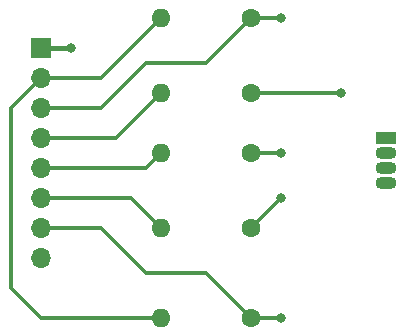
<source format=gbr>
%TF.GenerationSoftware,KiCad,Pcbnew,(5.1.10-1-10_14)*%
%TF.CreationDate,2021-11-05T22:23:08-04:00*%
%TF.ProjectId,UI Schematic,55492053-6368-4656-9d61-7469632e6b69,rev?*%
%TF.SameCoordinates,Original*%
%TF.FileFunction,Copper,L2,Bot*%
%TF.FilePolarity,Positive*%
%FSLAX46Y46*%
G04 Gerber Fmt 4.6, Leading zero omitted, Abs format (unit mm)*
G04 Created by KiCad (PCBNEW (5.1.10-1-10_14)) date 2021-11-05 22:23:08*
%MOMM*%
%LPD*%
G01*
G04 APERTURE LIST*
%TA.AperFunction,ComponentPad*%
%ADD10C,1.600000*%
%TD*%
%TA.AperFunction,ComponentPad*%
%ADD11O,1.600000X1.600000*%
%TD*%
%TA.AperFunction,ComponentPad*%
%ADD12R,1.800000X1.070000*%
%TD*%
%TA.AperFunction,ComponentPad*%
%ADD13O,1.800000X1.070000*%
%TD*%
%TA.AperFunction,ComponentPad*%
%ADD14O,1.700000X1.700000*%
%TD*%
%TA.AperFunction,ComponentPad*%
%ADD15R,1.700000X1.700000*%
%TD*%
%TA.AperFunction,ViaPad*%
%ADD16C,0.800000*%
%TD*%
%TA.AperFunction,Conductor*%
%ADD17C,0.304800*%
%TD*%
%TA.AperFunction,Conductor*%
%ADD18C,0.406400*%
%TD*%
G04 APERTURE END LIST*
D10*
%TO.P,R3,1*%
%TO.N,Net-(D1-Pad3)*%
X119380000Y-85090000D03*
D11*
%TO.P,R3,2*%
%TO.N,Net-(J1-Pad5)*%
X111760000Y-85090000D03*
%TD*%
D12*
%TO.P,D1,1*%
%TO.N,Net-(D1-Pad1)*%
X130810000Y-83820000D03*
D13*
%TO.P,D1,2*%
%TO.N,+5V*%
X130810000Y-85090000D03*
%TO.P,D1,3*%
%TO.N,Net-(D1-Pad3)*%
X130810000Y-86360000D03*
%TO.P,D1,4*%
%TO.N,Net-(D1-Pad4)*%
X130810000Y-87630000D03*
%TD*%
D14*
%TO.P,J1,8*%
%TO.N,Net-(J1-Pad8)*%
X101600000Y-93980000D03*
%TO.P,J1,7*%
%TO.N,Net-(J1-Pad7)*%
X101600000Y-91440000D03*
%TO.P,J1,6*%
%TO.N,Net-(J1-Pad6)*%
X101600000Y-88900000D03*
%TO.P,J1,5*%
%TO.N,Net-(J1-Pad5)*%
X101600000Y-86360000D03*
%TO.P,J1,4*%
%TO.N,Net-(J1-Pad4)*%
X101600000Y-83820000D03*
%TO.P,J1,3*%
%TO.N,Net-(J1-Pad3)*%
X101600000Y-81280000D03*
%TO.P,J1,2*%
%TO.N,GND*%
X101600000Y-78740000D03*
D15*
%TO.P,J1,1*%
%TO.N,+5V*%
X101600000Y-76200000D03*
%TD*%
D10*
%TO.P,R1,1*%
%TO.N,Net-(J1-Pad3)*%
X119380000Y-73660000D03*
D11*
%TO.P,R1,2*%
%TO.N,GND*%
X111760000Y-73660000D03*
%TD*%
D10*
%TO.P,R2,1*%
%TO.N,Net-(D1-Pad1)*%
X119380000Y-80010000D03*
D11*
%TO.P,R2,2*%
%TO.N,Net-(J1-Pad4)*%
X111760000Y-80010000D03*
%TD*%
D10*
%TO.P,R4,1*%
%TO.N,Net-(D1-Pad4)*%
X119380000Y-91440000D03*
D11*
%TO.P,R4,2*%
%TO.N,Net-(J1-Pad6)*%
X111760000Y-91440000D03*
%TD*%
%TO.P,R5,2*%
%TO.N,GND*%
X111760000Y-99060000D03*
D10*
%TO.P,R5,1*%
%TO.N,Net-(J1-Pad7)*%
X119380000Y-99060000D03*
%TD*%
D16*
%TO.N,Net-(D1-Pad1)*%
X127000000Y-80010000D03*
%TO.N,+5V*%
X104140000Y-76200000D03*
%TO.N,Net-(D1-Pad3)*%
X121920000Y-85090000D03*
%TO.N,Net-(D1-Pad4)*%
X121920000Y-88900000D03*
%TO.N,Net-(J1-Pad3)*%
X121920000Y-73660000D03*
%TO.N,Net-(J1-Pad7)*%
X121920000Y-99060000D03*
%TD*%
D17*
%TO.N,Net-(D1-Pad1)*%
X119380000Y-80010000D02*
X127000000Y-80010000D01*
D18*
%TO.N,+5V*%
X101600000Y-76200000D02*
X104140000Y-76200000D01*
D17*
%TO.N,Net-(D1-Pad3)*%
X119380000Y-85090000D02*
X121920000Y-85090000D01*
%TO.N,Net-(D1-Pad4)*%
X119380000Y-91440000D02*
X121920000Y-88900000D01*
%TO.N,GND*%
X101600000Y-78740000D02*
X99060000Y-81280000D01*
X99060000Y-81280000D02*
X99060000Y-96520000D01*
X101600000Y-99060000D02*
X111760000Y-99060000D01*
X99060000Y-96520000D02*
X101600000Y-99060000D01*
X101600000Y-78740000D02*
X106680000Y-78740000D01*
X106680000Y-78740000D02*
X111760000Y-73660000D01*
%TO.N,Net-(J1-Pad3)*%
X119380000Y-73660000D02*
X121920000Y-73660000D01*
X106680000Y-81280000D02*
X110490000Y-77470000D01*
X110490000Y-77470000D02*
X115570000Y-77470000D01*
X101600000Y-81280000D02*
X106680000Y-81280000D01*
X115570000Y-77470000D02*
X119380000Y-73660000D01*
%TO.N,Net-(J1-Pad4)*%
X107950000Y-83820000D02*
X111760000Y-80010000D01*
X101600000Y-83820000D02*
X107950000Y-83820000D01*
%TO.N,Net-(J1-Pad5)*%
X110490000Y-86360000D02*
X111760000Y-85090000D01*
X101600000Y-86360000D02*
X110490000Y-86360000D01*
%TO.N,Net-(J1-Pad6)*%
X109220000Y-88900000D02*
X111760000Y-91440000D01*
X101600000Y-88900000D02*
X109220000Y-88900000D01*
%TO.N,Net-(J1-Pad7)*%
X119380000Y-99060000D02*
X121920000Y-99060000D01*
X101600000Y-91440000D02*
X106680000Y-91440000D01*
X106680000Y-91440000D02*
X110490000Y-95250000D01*
X115570000Y-95250000D02*
X119380000Y-99060000D01*
X110490000Y-95250000D02*
X115570000Y-95250000D01*
%TD*%
M02*

</source>
